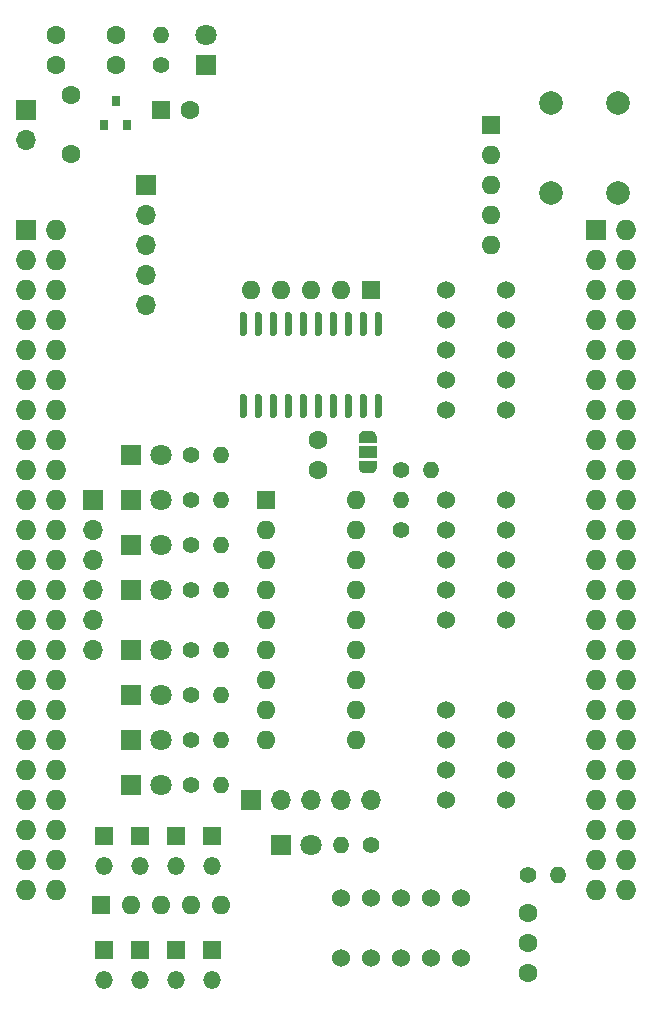
<source format=gts>
G04 #@! TF.GenerationSoftware,KiCad,Pcbnew,(5.1.6)-1*
G04 #@! TF.CreationDate,2020-08-19T07:45:27+09:00*
G04 #@! TF.ProjectId,ExiCape,45786943-6170-4652-9e6b-696361645f70,Rev.2.0*
G04 #@! TF.SameCoordinates,Original*
G04 #@! TF.FileFunction,Soldermask,Top*
G04 #@! TF.FilePolarity,Negative*
%FSLAX46Y46*%
G04 Gerber Fmt 4.6, Leading zero omitted, Abs format (unit mm)*
G04 Created by KiCad (PCBNEW (5.1.6)-1) date 2020-08-19 07:45:27*
%MOMM*%
%LPD*%
G01*
G04 APERTURE LIST*
%ADD10R,1.500000X1.000000*%
%ADD11C,0.100000*%
%ADD12O,1.700000X1.700000*%
%ADD13R,1.700000X1.700000*%
%ADD14O,1.400000X1.400000*%
%ADD15C,1.400000*%
%ADD16C,1.800000*%
%ADD17R,1.800000X1.800000*%
%ADD18R,1.600000X1.600000*%
%ADD19O,1.600000X1.600000*%
%ADD20C,1.524000*%
%ADD21C,1.600000*%
%ADD22R,0.800000X0.900000*%
%ADD23O,1.500000X1.500000*%
%ADD24R,1.500000X1.500000*%
%ADD25C,2.000000*%
%ADD26R,1.727200X1.727200*%
%ADD27O,1.727200X1.727200*%
G04 APERTURE END LIST*
D10*
G04 #@! TO.C,JP1*
X145326100Y-81178400D03*
D11*
G36*
X144576702Y-79878400D02*
G01*
X144576702Y-79853866D01*
X144581512Y-79805035D01*
X144591084Y-79756910D01*
X144605328Y-79709955D01*
X144624105Y-79664622D01*
X144647236Y-79621349D01*
X144674496Y-79580550D01*
X144705624Y-79542621D01*
X144740321Y-79507924D01*
X144778250Y-79476796D01*
X144819049Y-79449536D01*
X144862322Y-79426405D01*
X144907655Y-79407628D01*
X144954610Y-79393384D01*
X145002735Y-79383812D01*
X145051566Y-79379002D01*
X145076100Y-79379002D01*
X145076100Y-79378400D01*
X145576100Y-79378400D01*
X145576100Y-79379002D01*
X145600634Y-79379002D01*
X145649465Y-79383812D01*
X145697590Y-79393384D01*
X145744545Y-79407628D01*
X145789878Y-79426405D01*
X145833151Y-79449536D01*
X145873950Y-79476796D01*
X145911879Y-79507924D01*
X145946576Y-79542621D01*
X145977704Y-79580550D01*
X146004964Y-79621349D01*
X146028095Y-79664622D01*
X146046872Y-79709955D01*
X146061116Y-79756910D01*
X146070688Y-79805035D01*
X146075498Y-79853866D01*
X146075498Y-79878400D01*
X146076100Y-79878400D01*
X146076100Y-80428400D01*
X144576100Y-80428400D01*
X144576100Y-79878400D01*
X144576702Y-79878400D01*
G37*
G36*
X146076100Y-81928400D02*
G01*
X146076100Y-82478400D01*
X146075498Y-82478400D01*
X146075498Y-82502934D01*
X146070688Y-82551765D01*
X146061116Y-82599890D01*
X146046872Y-82646845D01*
X146028095Y-82692178D01*
X146004964Y-82735451D01*
X145977704Y-82776250D01*
X145946576Y-82814179D01*
X145911879Y-82848876D01*
X145873950Y-82880004D01*
X145833151Y-82907264D01*
X145789878Y-82930395D01*
X145744545Y-82949172D01*
X145697590Y-82963416D01*
X145649465Y-82972988D01*
X145600634Y-82977798D01*
X145576100Y-82977798D01*
X145576100Y-82978400D01*
X145076100Y-82978400D01*
X145076100Y-82977798D01*
X145051566Y-82977798D01*
X145002735Y-82972988D01*
X144954610Y-82963416D01*
X144907655Y-82949172D01*
X144862322Y-82930395D01*
X144819049Y-82907264D01*
X144778250Y-82880004D01*
X144740321Y-82848876D01*
X144705624Y-82814179D01*
X144674496Y-82776250D01*
X144647236Y-82735451D01*
X144624105Y-82692178D01*
X144605328Y-82646845D01*
X144591084Y-82599890D01*
X144581512Y-82551765D01*
X144576702Y-82502934D01*
X144576702Y-82478400D01*
X144576100Y-82478400D01*
X144576100Y-81928400D01*
X146076100Y-81928400D01*
G37*
G04 #@! TD*
D12*
G04 #@! TO.C,J8*
X116370100Y-54762400D03*
D13*
X116370100Y-52222400D03*
G04 #@! TD*
D14*
G04 #@! TO.C,R9*
X143040000Y-114452000D03*
D15*
X145580000Y-114452000D03*
G04 #@! TD*
D14*
G04 #@! TO.C,R12*
X150660000Y-82702400D03*
D15*
X148120000Y-82702400D03*
G04 #@! TD*
D14*
G04 #@! TO.C,R11*
X148120000Y-85242400D03*
D15*
X148120000Y-87782400D03*
G04 #@! TD*
D16*
G04 #@! TO.C,D13*
X140500000Y-114452000D03*
D17*
X137960000Y-114452000D03*
G04 #@! TD*
D18*
G04 #@! TO.C,RN1*
X145580000Y-67462400D03*
D19*
X143040000Y-67462400D03*
X140500000Y-67462400D03*
X137960000Y-67462400D03*
X135420000Y-67462400D03*
G04 #@! TD*
D13*
G04 #@! TO.C,J6*
X126530000Y-58572400D03*
D12*
X126530000Y-61112400D03*
X126530000Y-63652400D03*
X126530000Y-66192400D03*
X126530000Y-68732400D03*
G04 #@! TD*
D20*
G04 #@! TO.C,J3*
X151930000Y-67462400D03*
X157010000Y-67462400D03*
X151930000Y-70002400D03*
X157010000Y-70002400D03*
X151930000Y-72542400D03*
X157010000Y-72542400D03*
X151930000Y-75082400D03*
X157010000Y-75082400D03*
X151930000Y-77622400D03*
X157010000Y-77622400D03*
G04 #@! TD*
D19*
G04 #@! TO.C,RN2*
X155740000Y-63652400D03*
X155740000Y-61112400D03*
X155740000Y-58572400D03*
X155740000Y-56032400D03*
D18*
X155740000Y-53492400D03*
G04 #@! TD*
D20*
G04 #@! TO.C,J4*
X153200000Y-118897000D03*
X153200000Y-123977000D03*
X150660000Y-118897000D03*
X150660000Y-123977000D03*
X148120000Y-118897000D03*
X148120000Y-123977000D03*
X145580000Y-118897000D03*
X145580000Y-123977000D03*
X143040000Y-118897000D03*
X143040000Y-123977000D03*
G04 #@! TD*
G04 #@! TO.C,J5*
X157010000Y-110642000D03*
X151930000Y-110642000D03*
X157010000Y-108102000D03*
X151930000Y-108102000D03*
X157010000Y-105562000D03*
X151930000Y-105562000D03*
X157010000Y-103022000D03*
X151930000Y-103022000D03*
G04 #@! TD*
D21*
G04 #@! TO.C,F1*
X120180100Y-55952400D03*
X120180100Y-50952400D03*
G04 #@! TD*
D13*
G04 #@! TO.C,J7*
X122085000Y-85242400D03*
D12*
X122085000Y-87782400D03*
X122085000Y-90322400D03*
X122085000Y-92862400D03*
X122085000Y-95402400D03*
X122085000Y-97942400D03*
G04 #@! TD*
D20*
G04 #@! TO.C,J1*
X151930000Y-85242400D03*
X157010000Y-85242400D03*
X151930000Y-87782400D03*
X157010000Y-87782400D03*
X151930000Y-90322400D03*
X157010000Y-90322400D03*
X151930000Y-92862400D03*
X157010000Y-92862400D03*
X151930000Y-95402400D03*
X157010000Y-95402400D03*
G04 #@! TD*
D12*
G04 #@! TO.C,J2*
X145580000Y-110642000D03*
X143040000Y-110642000D03*
X140500000Y-110642000D03*
X137960000Y-110642000D03*
D13*
X135420000Y-110642000D03*
G04 #@! TD*
D21*
G04 #@! TO.C,C4*
X130300100Y-52222400D03*
D18*
X127800100Y-52222400D03*
G04 #@! TD*
G04 #@! TO.C,U1*
G36*
G01*
X146065000Y-69362400D02*
X146365000Y-69362400D01*
G75*
G02*
X146515000Y-69512400I0J-150000D01*
G01*
X146515000Y-71187400D01*
G75*
G02*
X146365000Y-71337400I-150000J0D01*
G01*
X146065000Y-71337400D01*
G75*
G02*
X145915000Y-71187400I0J150000D01*
G01*
X145915000Y-69512400D01*
G75*
G02*
X146065000Y-69362400I150000J0D01*
G01*
G37*
G36*
G01*
X144795000Y-69362400D02*
X145095000Y-69362400D01*
G75*
G02*
X145245000Y-69512400I0J-150000D01*
G01*
X145245000Y-71187400D01*
G75*
G02*
X145095000Y-71337400I-150000J0D01*
G01*
X144795000Y-71337400D01*
G75*
G02*
X144645000Y-71187400I0J150000D01*
G01*
X144645000Y-69512400D01*
G75*
G02*
X144795000Y-69362400I150000J0D01*
G01*
G37*
G36*
G01*
X143525000Y-69362400D02*
X143825000Y-69362400D01*
G75*
G02*
X143975000Y-69512400I0J-150000D01*
G01*
X143975000Y-71187400D01*
G75*
G02*
X143825000Y-71337400I-150000J0D01*
G01*
X143525000Y-71337400D01*
G75*
G02*
X143375000Y-71187400I0J150000D01*
G01*
X143375000Y-69512400D01*
G75*
G02*
X143525000Y-69362400I150000J0D01*
G01*
G37*
G36*
G01*
X142255000Y-69362400D02*
X142555000Y-69362400D01*
G75*
G02*
X142705000Y-69512400I0J-150000D01*
G01*
X142705000Y-71187400D01*
G75*
G02*
X142555000Y-71337400I-150000J0D01*
G01*
X142255000Y-71337400D01*
G75*
G02*
X142105000Y-71187400I0J150000D01*
G01*
X142105000Y-69512400D01*
G75*
G02*
X142255000Y-69362400I150000J0D01*
G01*
G37*
G36*
G01*
X140985000Y-69362400D02*
X141285000Y-69362400D01*
G75*
G02*
X141435000Y-69512400I0J-150000D01*
G01*
X141435000Y-71187400D01*
G75*
G02*
X141285000Y-71337400I-150000J0D01*
G01*
X140985000Y-71337400D01*
G75*
G02*
X140835000Y-71187400I0J150000D01*
G01*
X140835000Y-69512400D01*
G75*
G02*
X140985000Y-69362400I150000J0D01*
G01*
G37*
G36*
G01*
X139715000Y-69362400D02*
X140015000Y-69362400D01*
G75*
G02*
X140165000Y-69512400I0J-150000D01*
G01*
X140165000Y-71187400D01*
G75*
G02*
X140015000Y-71337400I-150000J0D01*
G01*
X139715000Y-71337400D01*
G75*
G02*
X139565000Y-71187400I0J150000D01*
G01*
X139565000Y-69512400D01*
G75*
G02*
X139715000Y-69362400I150000J0D01*
G01*
G37*
G36*
G01*
X138445000Y-69362400D02*
X138745000Y-69362400D01*
G75*
G02*
X138895000Y-69512400I0J-150000D01*
G01*
X138895000Y-71187400D01*
G75*
G02*
X138745000Y-71337400I-150000J0D01*
G01*
X138445000Y-71337400D01*
G75*
G02*
X138295000Y-71187400I0J150000D01*
G01*
X138295000Y-69512400D01*
G75*
G02*
X138445000Y-69362400I150000J0D01*
G01*
G37*
G36*
G01*
X137175000Y-69362400D02*
X137475000Y-69362400D01*
G75*
G02*
X137625000Y-69512400I0J-150000D01*
G01*
X137625000Y-71187400D01*
G75*
G02*
X137475000Y-71337400I-150000J0D01*
G01*
X137175000Y-71337400D01*
G75*
G02*
X137025000Y-71187400I0J150000D01*
G01*
X137025000Y-69512400D01*
G75*
G02*
X137175000Y-69362400I150000J0D01*
G01*
G37*
G36*
G01*
X135905000Y-69362400D02*
X136205000Y-69362400D01*
G75*
G02*
X136355000Y-69512400I0J-150000D01*
G01*
X136355000Y-71187400D01*
G75*
G02*
X136205000Y-71337400I-150000J0D01*
G01*
X135905000Y-71337400D01*
G75*
G02*
X135755000Y-71187400I0J150000D01*
G01*
X135755000Y-69512400D01*
G75*
G02*
X135905000Y-69362400I150000J0D01*
G01*
G37*
G36*
G01*
X134635000Y-69362400D02*
X134935000Y-69362400D01*
G75*
G02*
X135085000Y-69512400I0J-150000D01*
G01*
X135085000Y-71187400D01*
G75*
G02*
X134935000Y-71337400I-150000J0D01*
G01*
X134635000Y-71337400D01*
G75*
G02*
X134485000Y-71187400I0J150000D01*
G01*
X134485000Y-69512400D01*
G75*
G02*
X134635000Y-69362400I150000J0D01*
G01*
G37*
G36*
G01*
X134635000Y-76287400D02*
X134935000Y-76287400D01*
G75*
G02*
X135085000Y-76437400I0J-150000D01*
G01*
X135085000Y-78112400D01*
G75*
G02*
X134935000Y-78262400I-150000J0D01*
G01*
X134635000Y-78262400D01*
G75*
G02*
X134485000Y-78112400I0J150000D01*
G01*
X134485000Y-76437400D01*
G75*
G02*
X134635000Y-76287400I150000J0D01*
G01*
G37*
G36*
G01*
X135905000Y-76287400D02*
X136205000Y-76287400D01*
G75*
G02*
X136355000Y-76437400I0J-150000D01*
G01*
X136355000Y-78112400D01*
G75*
G02*
X136205000Y-78262400I-150000J0D01*
G01*
X135905000Y-78262400D01*
G75*
G02*
X135755000Y-78112400I0J150000D01*
G01*
X135755000Y-76437400D01*
G75*
G02*
X135905000Y-76287400I150000J0D01*
G01*
G37*
G36*
G01*
X137175000Y-76287400D02*
X137475000Y-76287400D01*
G75*
G02*
X137625000Y-76437400I0J-150000D01*
G01*
X137625000Y-78112400D01*
G75*
G02*
X137475000Y-78262400I-150000J0D01*
G01*
X137175000Y-78262400D01*
G75*
G02*
X137025000Y-78112400I0J150000D01*
G01*
X137025000Y-76437400D01*
G75*
G02*
X137175000Y-76287400I150000J0D01*
G01*
G37*
G36*
G01*
X138445000Y-76287400D02*
X138745000Y-76287400D01*
G75*
G02*
X138895000Y-76437400I0J-150000D01*
G01*
X138895000Y-78112400D01*
G75*
G02*
X138745000Y-78262400I-150000J0D01*
G01*
X138445000Y-78262400D01*
G75*
G02*
X138295000Y-78112400I0J150000D01*
G01*
X138295000Y-76437400D01*
G75*
G02*
X138445000Y-76287400I150000J0D01*
G01*
G37*
G36*
G01*
X139715000Y-76287400D02*
X140015000Y-76287400D01*
G75*
G02*
X140165000Y-76437400I0J-150000D01*
G01*
X140165000Y-78112400D01*
G75*
G02*
X140015000Y-78262400I-150000J0D01*
G01*
X139715000Y-78262400D01*
G75*
G02*
X139565000Y-78112400I0J150000D01*
G01*
X139565000Y-76437400D01*
G75*
G02*
X139715000Y-76287400I150000J0D01*
G01*
G37*
G36*
G01*
X140985000Y-76287400D02*
X141285000Y-76287400D01*
G75*
G02*
X141435000Y-76437400I0J-150000D01*
G01*
X141435000Y-78112400D01*
G75*
G02*
X141285000Y-78262400I-150000J0D01*
G01*
X140985000Y-78262400D01*
G75*
G02*
X140835000Y-78112400I0J150000D01*
G01*
X140835000Y-76437400D01*
G75*
G02*
X140985000Y-76287400I150000J0D01*
G01*
G37*
G36*
G01*
X142255000Y-76287400D02*
X142555000Y-76287400D01*
G75*
G02*
X142705000Y-76437400I0J-150000D01*
G01*
X142705000Y-78112400D01*
G75*
G02*
X142555000Y-78262400I-150000J0D01*
G01*
X142255000Y-78262400D01*
G75*
G02*
X142105000Y-78112400I0J150000D01*
G01*
X142105000Y-76437400D01*
G75*
G02*
X142255000Y-76287400I150000J0D01*
G01*
G37*
G36*
G01*
X143525000Y-76287400D02*
X143825000Y-76287400D01*
G75*
G02*
X143975000Y-76437400I0J-150000D01*
G01*
X143975000Y-78112400D01*
G75*
G02*
X143825000Y-78262400I-150000J0D01*
G01*
X143525000Y-78262400D01*
G75*
G02*
X143375000Y-78112400I0J150000D01*
G01*
X143375000Y-76437400D01*
G75*
G02*
X143525000Y-76287400I150000J0D01*
G01*
G37*
G36*
G01*
X144795000Y-76287400D02*
X145095000Y-76287400D01*
G75*
G02*
X145245000Y-76437400I0J-150000D01*
G01*
X145245000Y-78112400D01*
G75*
G02*
X145095000Y-78262400I-150000J0D01*
G01*
X144795000Y-78262400D01*
G75*
G02*
X144645000Y-78112400I0J150000D01*
G01*
X144645000Y-76437400D01*
G75*
G02*
X144795000Y-76287400I150000J0D01*
G01*
G37*
G36*
G01*
X146065000Y-76287400D02*
X146365000Y-76287400D01*
G75*
G02*
X146515000Y-76437400I0J-150000D01*
G01*
X146515000Y-78112400D01*
G75*
G02*
X146365000Y-78262400I-150000J0D01*
G01*
X146065000Y-78262400D01*
G75*
G02*
X145915000Y-78112400I0J150000D01*
G01*
X145915000Y-76437400D01*
G75*
G02*
X146065000Y-76287400I150000J0D01*
G01*
G37*
G04 #@! TD*
D22*
G04 #@! TO.C,U2*
X123990000Y-51492400D03*
X124940000Y-53492400D03*
X123040000Y-53492400D03*
G04 #@! TD*
D21*
G04 #@! TO.C,C3*
X123990000Y-45912400D03*
X123990000Y-48412400D03*
G04 #@! TD*
G04 #@! TO.C,C2*
X118910000Y-48412400D03*
X118910000Y-45912400D03*
G04 #@! TD*
D23*
G04 #@! TO.C,D17*
X132118000Y-125882000D03*
D24*
X132118000Y-123342000D03*
G04 #@! TD*
D23*
G04 #@! TO.C,D16*
X132118000Y-116230000D03*
D24*
X132118000Y-113690000D03*
G04 #@! TD*
D23*
G04 #@! TO.C,D15*
X129070000Y-125882000D03*
D24*
X129070000Y-123342000D03*
G04 #@! TD*
D23*
G04 #@! TO.C,D14*
X129070000Y-116230000D03*
D24*
X129070000Y-113690000D03*
G04 #@! TD*
D23*
G04 #@! TO.C,D12*
X126022000Y-125882000D03*
D24*
X126022000Y-123342000D03*
G04 #@! TD*
D23*
G04 #@! TO.C,D11*
X126022000Y-116230000D03*
D24*
X126022000Y-113690000D03*
G04 #@! TD*
D23*
G04 #@! TO.C,D10*
X122974000Y-125882000D03*
D24*
X122974000Y-123342000D03*
G04 #@! TD*
D23*
G04 #@! TO.C,D9*
X122974000Y-116230000D03*
D24*
X122974000Y-113690000D03*
G04 #@! TD*
D19*
G04 #@! TO.C,IC1*
X144310000Y-85242400D03*
X136690000Y-105562400D03*
X144310000Y-87782400D03*
X136690000Y-103022400D03*
X144310000Y-90322400D03*
X136690000Y-100482400D03*
X144310000Y-92862400D03*
X136690000Y-97942400D03*
X144310000Y-95402400D03*
X136690000Y-95402400D03*
X144310000Y-97942400D03*
X136690000Y-92862400D03*
X144310000Y-100482400D03*
X136690000Y-90322400D03*
X144310000Y-103022400D03*
X136690000Y-87782400D03*
X144310000Y-105562400D03*
D18*
X136690000Y-85242400D03*
G04 #@! TD*
D19*
G04 #@! TO.C,RN3*
X132880000Y-119532000D03*
X130340000Y-119532000D03*
X127800000Y-119532000D03*
X125260000Y-119532000D03*
D18*
X122720000Y-119532000D03*
G04 #@! TD*
D21*
G04 #@! TO.C,SW3*
X158915000Y-120167000D03*
X158915000Y-122707000D03*
X158915000Y-125247000D03*
G04 #@! TD*
D25*
G04 #@! TO.C,SW2*
X166535000Y-51587400D03*
X166535000Y-59207400D03*
G04 #@! TD*
G04 #@! TO.C,SW1*
X160820000Y-51587400D03*
X160820000Y-59207400D03*
G04 #@! TD*
D14*
G04 #@! TO.C,R10*
X161455000Y-116992000D03*
D15*
X158915000Y-116992000D03*
G04 #@! TD*
D14*
G04 #@! TO.C,R13*
X127800000Y-45872400D03*
D15*
X127800000Y-48412400D03*
G04 #@! TD*
D14*
G04 #@! TO.C,R8*
X132880000Y-109372000D03*
D15*
X130340000Y-109372000D03*
G04 #@! TD*
D14*
G04 #@! TO.C,R7*
X132880000Y-105562000D03*
D15*
X130340000Y-105562000D03*
G04 #@! TD*
D14*
G04 #@! TO.C,R6*
X132880000Y-101752000D03*
D15*
X130340000Y-101752000D03*
G04 #@! TD*
D14*
G04 #@! TO.C,R5*
X132880000Y-97942400D03*
D15*
X130340000Y-97942400D03*
G04 #@! TD*
D14*
G04 #@! TO.C,R4*
X132880000Y-92862400D03*
D15*
X130340000Y-92862400D03*
G04 #@! TD*
D14*
G04 #@! TO.C,R3*
X132880000Y-89052400D03*
D15*
X130340000Y-89052400D03*
G04 #@! TD*
D14*
G04 #@! TO.C,R2*
X132880000Y-85242400D03*
D15*
X130340000Y-85242400D03*
G04 #@! TD*
D14*
G04 #@! TO.C,R1*
X132880000Y-81432400D03*
D15*
X130340000Y-81432400D03*
G04 #@! TD*
D16*
G04 #@! TO.C,D18*
X131610000Y-45872400D03*
D17*
X131610000Y-48412400D03*
G04 #@! TD*
D16*
G04 #@! TO.C,D8*
X127800000Y-109372000D03*
D17*
X125260000Y-109372000D03*
G04 #@! TD*
D16*
G04 #@! TO.C,D7*
X127800000Y-105562000D03*
D17*
X125260000Y-105562000D03*
G04 #@! TD*
D16*
G04 #@! TO.C,D6*
X127800000Y-101752000D03*
D17*
X125260000Y-101752000D03*
G04 #@! TD*
D16*
G04 #@! TO.C,D5*
X127800000Y-97942400D03*
D17*
X125260000Y-97942400D03*
G04 #@! TD*
D16*
G04 #@! TO.C,D4*
X127800000Y-92862400D03*
D17*
X125260000Y-92862400D03*
G04 #@! TD*
D16*
G04 #@! TO.C,D3*
X127800000Y-89052400D03*
D17*
X125260000Y-89052400D03*
G04 #@! TD*
D16*
G04 #@! TO.C,D2*
X127800000Y-85242400D03*
D17*
X125260000Y-85242400D03*
G04 #@! TD*
D16*
G04 #@! TO.C,D1*
X127800000Y-81432400D03*
D17*
X125260000Y-81432400D03*
G04 #@! TD*
D21*
G04 #@! TO.C,C1*
X141135100Y-82662400D03*
X141135100Y-80162400D03*
G04 #@! TD*
D26*
G04 #@! TO.C,P2*
X164630000Y-62382400D03*
D27*
X167170000Y-62382400D03*
X164630000Y-64922400D03*
X167170000Y-64922400D03*
X164630000Y-67462400D03*
X167170000Y-67462400D03*
X164630000Y-70002400D03*
X167170000Y-70002400D03*
X164630000Y-72542400D03*
X167170000Y-72542400D03*
X164630000Y-75082400D03*
X167170000Y-75082400D03*
X164630000Y-77622400D03*
X167170000Y-77622400D03*
X164630000Y-80162400D03*
X167170000Y-80162400D03*
X164630000Y-82702400D03*
X167170000Y-82702400D03*
X164630000Y-85242400D03*
X167170000Y-85242400D03*
X164630000Y-87782400D03*
X167170000Y-87782400D03*
X164630000Y-90322400D03*
X167170000Y-90322400D03*
X164630000Y-92862400D03*
X167170000Y-92862400D03*
X164630000Y-95402400D03*
X167170000Y-95402400D03*
X164630000Y-97942400D03*
X167170000Y-97942400D03*
X164630000Y-100482400D03*
X167170000Y-100482400D03*
X164630000Y-103022400D03*
X167170000Y-103022400D03*
X164630000Y-105562400D03*
X167170000Y-105562400D03*
X164630000Y-108102400D03*
X167170000Y-108102400D03*
X164630000Y-110642400D03*
X167170000Y-110642400D03*
X164630000Y-113182400D03*
X167170000Y-113182400D03*
X164630000Y-115722400D03*
X167170000Y-115722400D03*
X164630000Y-118262400D03*
X167170000Y-118262400D03*
G04 #@! TD*
D26*
G04 #@! TO.C,P1*
X116370000Y-62382400D03*
D27*
X118910000Y-62382400D03*
X116370000Y-64922400D03*
X118910000Y-64922400D03*
X116370000Y-67462400D03*
X118910000Y-67462400D03*
X116370000Y-70002400D03*
X118910000Y-70002400D03*
X116370000Y-72542400D03*
X118910000Y-72542400D03*
X116370000Y-75082400D03*
X118910000Y-75082400D03*
X116370000Y-77622400D03*
X118910000Y-77622400D03*
X116370000Y-80162400D03*
X118910000Y-80162400D03*
X116370000Y-82702400D03*
X118910000Y-82702400D03*
X116370000Y-85242400D03*
X118910000Y-85242400D03*
X116370000Y-87782400D03*
X118910000Y-87782400D03*
X116370000Y-90322400D03*
X118910000Y-90322400D03*
X116370000Y-92862400D03*
X118910000Y-92862400D03*
X116370000Y-95402400D03*
X118910000Y-95402400D03*
X116370000Y-97942400D03*
X118910000Y-97942400D03*
X116370000Y-100482400D03*
X118910000Y-100482400D03*
X116370000Y-103022400D03*
X118910000Y-103022400D03*
X116370000Y-105562400D03*
X118910000Y-105562400D03*
X116370000Y-108102400D03*
X118910000Y-108102400D03*
X116370000Y-110642400D03*
X118910000Y-110642400D03*
X116370000Y-113182400D03*
X118910000Y-113182400D03*
X116370000Y-115722400D03*
X118910000Y-115722400D03*
X116370000Y-118262400D03*
X118910000Y-118262400D03*
G04 #@! TD*
M02*

</source>
